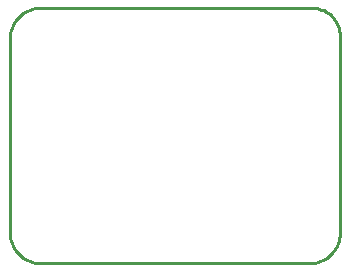
<source format=gbr>
G04 EAGLE Gerber RS-274X export*
G75*
%MOMM*%
%FSLAX34Y34*%
%LPD*%
%IN*%
%IPPOS*%
%AMOC8*
5,1,8,0,0,1.08239X$1,22.5*%
G01*
%ADD10C,0.254000*%


D10*
X0Y25400D02*
X97Y23186D01*
X386Y20989D01*
X865Y18826D01*
X1532Y16713D01*
X2380Y14666D01*
X3403Y12700D01*
X4594Y10831D01*
X5942Y9073D01*
X7440Y7440D01*
X9073Y5942D01*
X10831Y4594D01*
X12700Y3403D01*
X14666Y2380D01*
X16713Y1532D01*
X18826Y865D01*
X20989Y386D01*
X23186Y97D01*
X25400Y0D01*
X254000Y0D01*
X256214Y97D01*
X258411Y386D01*
X260574Y865D01*
X262687Y1532D01*
X264735Y2380D01*
X266700Y3403D01*
X268569Y4594D01*
X270327Y5942D01*
X271961Y7440D01*
X273458Y9073D01*
X274806Y10831D01*
X275997Y12700D01*
X277020Y14666D01*
X277868Y16713D01*
X278535Y18826D01*
X279014Y20989D01*
X279303Y23186D01*
X279400Y25400D01*
X279400Y190500D01*
X279477Y192555D01*
X279374Y194609D01*
X279092Y196646D01*
X278635Y198651D01*
X278004Y200608D01*
X277205Y202503D01*
X276244Y204321D01*
X275128Y206048D01*
X273866Y207671D01*
X272467Y209179D01*
X270942Y210558D01*
X269302Y211800D01*
X267561Y212894D01*
X265731Y213832D01*
X263826Y214606D01*
X261861Y215212D01*
X259850Y215645D01*
X257810Y215900D01*
X25400Y215900D01*
X23186Y215803D01*
X20989Y215514D01*
X18826Y215035D01*
X16713Y214368D01*
X14666Y213520D01*
X12700Y212497D01*
X10831Y211306D01*
X9073Y209958D01*
X7440Y208461D01*
X5942Y206827D01*
X4594Y205069D01*
X3403Y203200D01*
X2380Y201235D01*
X1532Y199187D01*
X865Y197074D01*
X386Y194911D01*
X97Y192714D01*
X0Y190500D01*
X0Y25400D01*
M02*

</source>
